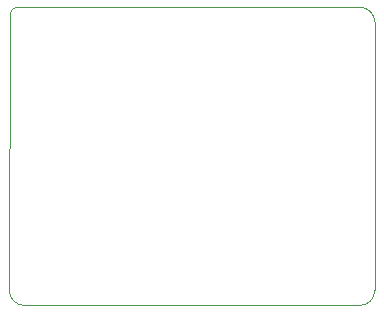
<source format=gbr>
%TF.GenerationSoftware,Altium Limited,Altium Designer,24.4.1 (13)*%
G04 Layer_Color=0*
%FSLAX45Y45*%
%MOMM*%
%TF.SameCoordinates,881402D5-0203-4901-B5EA-5A78FED384BD*%
%TF.FilePolarity,Positive*%
%TF.FileFunction,Profile,NP*%
%TF.Part,Single*%
G01*
G75*
%TA.AperFunction,Profile*%
%ADD24C,0.02540*%
D24*
X13405217Y3814882D02*
G03*
X13532217Y3687882I127000J0D01*
G01*
X16373000D01*
D02*
G03*
X16500000Y3814882I0J127000D01*
G01*
Y6085117D01*
D02*
G03*
X16373000Y6212117I-127000J0D01*
G01*
X13470116D01*
D02*
G03*
X13413115Y6155117I0J-57000D01*
G01*
X13405217Y3859776D01*
Y3814882D01*
%TF.MD5,60c98e37b42d508926a0d5f1c56c9c8f*%
M02*

</source>
